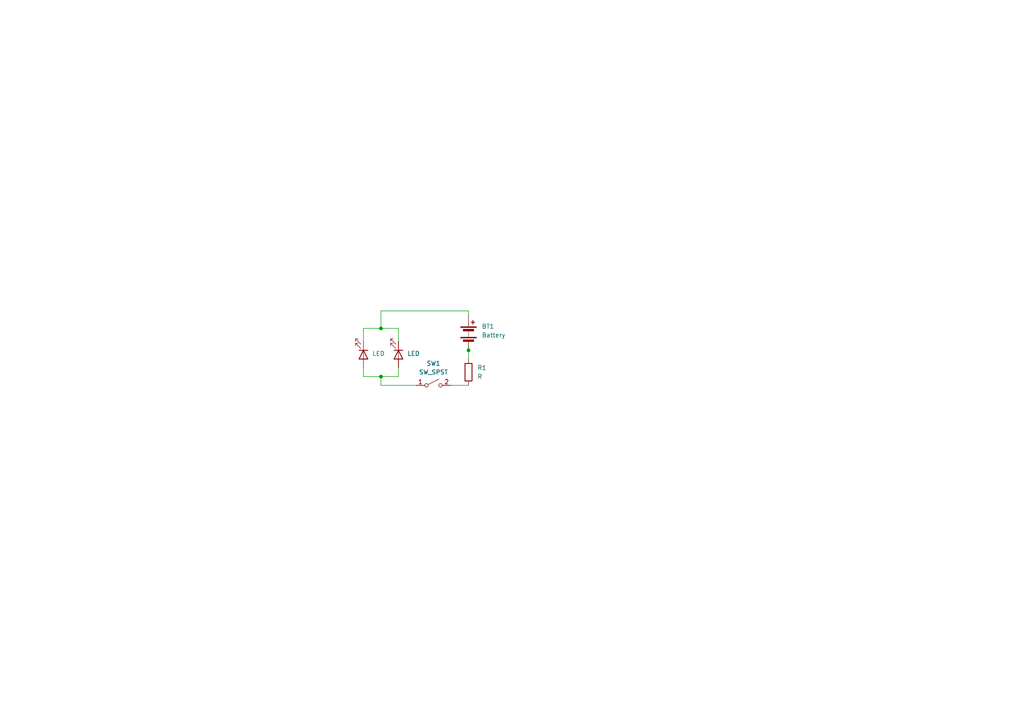
<source format=kicad_sch>
(kicad_sch
	(version 20231120)
	(generator "eeschema")
	(generator_version "8.0")
	(uuid "e0f464d0-3f2d-47d2-bbc0-1f773b184b6b")
	(paper "A4")
	(lib_symbols
		(symbol "Device:Battery"
			(pin_numbers hide)
			(pin_names
				(offset 0) hide)
			(exclude_from_sim no)
			(in_bom yes)
			(on_board yes)
			(property "Reference" "BT"
				(at 2.54 2.54 0)
				(effects
					(font
						(size 1.27 1.27)
					)
					(justify left)
				)
			)
			(property "Value" "Battery"
				(at 2.54 0 0)
				(effects
					(font
						(size 1.27 1.27)
					)
					(justify left)
				)
			)
			(property "Footprint" ""
				(at 0 1.524 90)
				(effects
					(font
						(size 1.27 1.27)
					)
					(hide yes)
				)
			)
			(property "Datasheet" "~"
				(at 0 1.524 90)
				(effects
					(font
						(size 1.27 1.27)
					)
					(hide yes)
				)
			)
			(property "Description" "Multiple-cell battery"
				(at 0 0 0)
				(effects
					(font
						(size 1.27 1.27)
					)
					(hide yes)
				)
			)
			(property "ki_keywords" "batt voltage-source cell"
				(at 0 0 0)
				(effects
					(font
						(size 1.27 1.27)
					)
					(hide yes)
				)
			)
			(symbol "Battery_0_1"
				(rectangle
					(start -2.286 -1.27)
					(end 2.286 -1.524)
					(stroke
						(width 0)
						(type default)
					)
					(fill
						(type outline)
					)
				)
				(rectangle
					(start -2.286 1.778)
					(end 2.286 1.524)
					(stroke
						(width 0)
						(type default)
					)
					(fill
						(type outline)
					)
				)
				(rectangle
					(start -1.524 -2.032)
					(end 1.524 -2.54)
					(stroke
						(width 0)
						(type default)
					)
					(fill
						(type outline)
					)
				)
				(rectangle
					(start -1.524 1.016)
					(end 1.524 0.508)
					(stroke
						(width 0)
						(type default)
					)
					(fill
						(type outline)
					)
				)
				(polyline
					(pts
						(xy 0 -1.016) (xy 0 -0.762)
					)
					(stroke
						(width 0)
						(type default)
					)
					(fill
						(type none)
					)
				)
				(polyline
					(pts
						(xy 0 -0.508) (xy 0 -0.254)
					)
					(stroke
						(width 0)
						(type default)
					)
					(fill
						(type none)
					)
				)
				(polyline
					(pts
						(xy 0 0) (xy 0 0.254)
					)
					(stroke
						(width 0)
						(type default)
					)
					(fill
						(type none)
					)
				)
				(polyline
					(pts
						(xy 0 1.778) (xy 0 2.54)
					)
					(stroke
						(width 0)
						(type default)
					)
					(fill
						(type none)
					)
				)
				(polyline
					(pts
						(xy 0.762 3.048) (xy 1.778 3.048)
					)
					(stroke
						(width 0.254)
						(type default)
					)
					(fill
						(type none)
					)
				)
				(polyline
					(pts
						(xy 1.27 3.556) (xy 1.27 2.54)
					)
					(stroke
						(width 0.254)
						(type default)
					)
					(fill
						(type none)
					)
				)
			)
			(symbol "Battery_1_1"
				(pin passive line
					(at 0 5.08 270)
					(length 2.54)
					(name "+"
						(effects
							(font
								(size 1.27 1.27)
							)
						)
					)
					(number "1"
						(effects
							(font
								(size 1.27 1.27)
							)
						)
					)
				)
				(pin passive line
					(at 0 -5.08 90)
					(length 2.54)
					(name "-"
						(effects
							(font
								(size 1.27 1.27)
							)
						)
					)
					(number "2"
						(effects
							(font
								(size 1.27 1.27)
							)
						)
					)
				)
			)
		)
		(symbol "Device:LED"
			(pin_numbers hide)
			(pin_names
				(offset 1.016) hide)
			(exclude_from_sim no)
			(in_bom yes)
			(on_board yes)
			(property "Reference" "D"
				(at 0 2.54 0)
				(effects
					(font
						(size 1.27 1.27)
					)
				)
			)
			(property "Value" "LED"
				(at 0 -2.54 0)
				(effects
					(font
						(size 1.27 1.27)
					)
				)
			)
			(property "Footprint" ""
				(at 0 0 0)
				(effects
					(font
						(size 1.27 1.27)
					)
					(hide yes)
				)
			)
			(property "Datasheet" "~"
				(at 0 0 0)
				(effects
					(font
						(size 1.27 1.27)
					)
					(hide yes)
				)
			)
			(property "Description" "Light emitting diode"
				(at 0 0 0)
				(effects
					(font
						(size 1.27 1.27)
					)
					(hide yes)
				)
			)
			(property "ki_keywords" "LED diode"
				(at 0 0 0)
				(effects
					(font
						(size 1.27 1.27)
					)
					(hide yes)
				)
			)
			(property "ki_fp_filters" "LED* LED_SMD:* LED_THT:*"
				(at 0 0 0)
				(effects
					(font
						(size 1.27 1.27)
					)
					(hide yes)
				)
			)
			(symbol "LED_0_1"
				(polyline
					(pts
						(xy -1.27 -1.27) (xy -1.27 1.27)
					)
					(stroke
						(width 0.254)
						(type default)
					)
					(fill
						(type none)
					)
				)
				(polyline
					(pts
						(xy -1.27 0) (xy 1.27 0)
					)
					(stroke
						(width 0)
						(type default)
					)
					(fill
						(type none)
					)
				)
				(polyline
					(pts
						(xy 1.27 -1.27) (xy 1.27 1.27) (xy -1.27 0) (xy 1.27 -1.27)
					)
					(stroke
						(width 0.254)
						(type default)
					)
					(fill
						(type none)
					)
				)
				(polyline
					(pts
						(xy -3.048 -0.762) (xy -4.572 -2.286) (xy -3.81 -2.286) (xy -4.572 -2.286) (xy -4.572 -1.524)
					)
					(stroke
						(width 0)
						(type default)
					)
					(fill
						(type none)
					)
				)
				(polyline
					(pts
						(xy -1.778 -0.762) (xy -3.302 -2.286) (xy -2.54 -2.286) (xy -3.302 -2.286) (xy -3.302 -1.524)
					)
					(stroke
						(width 0)
						(type default)
					)
					(fill
						(type none)
					)
				)
			)
			(symbol "LED_1_1"
				(pin passive line
					(at -3.81 0 0)
					(length 2.54)
					(name "K"
						(effects
							(font
								(size 1.27 1.27)
							)
						)
					)
					(number "1"
						(effects
							(font
								(size 1.27 1.27)
							)
						)
					)
				)
				(pin passive line
					(at 3.81 0 180)
					(length 2.54)
					(name "A"
						(effects
							(font
								(size 1.27 1.27)
							)
						)
					)
					(number "2"
						(effects
							(font
								(size 1.27 1.27)
							)
						)
					)
				)
			)
		)
		(symbol "Device:R"
			(pin_numbers hide)
			(pin_names
				(offset 0)
			)
			(exclude_from_sim no)
			(in_bom yes)
			(on_board yes)
			(property "Reference" "R"
				(at 2.032 0 90)
				(effects
					(font
						(size 1.27 1.27)
					)
				)
			)
			(property "Value" "R"
				(at 0 0 90)
				(effects
					(font
						(size 1.27 1.27)
					)
				)
			)
			(property "Footprint" ""
				(at -1.778 0 90)
				(effects
					(font
						(size 1.27 1.27)
					)
					(hide yes)
				)
			)
			(property "Datasheet" "~"
				(at 0 0 0)
				(effects
					(font
						(size 1.27 1.27)
					)
					(hide yes)
				)
			)
			(property "Description" "Resistor"
				(at 0 0 0)
				(effects
					(font
						(size 1.27 1.27)
					)
					(hide yes)
				)
			)
			(property "ki_keywords" "R res resistor"
				(at 0 0 0)
				(effects
					(font
						(size 1.27 1.27)
					)
					(hide yes)
				)
			)
			(property "ki_fp_filters" "R_*"
				(at 0 0 0)
				(effects
					(font
						(size 1.27 1.27)
					)
					(hide yes)
				)
			)
			(symbol "R_0_1"
				(rectangle
					(start -1.016 -2.54)
					(end 1.016 2.54)
					(stroke
						(width 0.254)
						(type default)
					)
					(fill
						(type none)
					)
				)
			)
			(symbol "R_1_1"
				(pin passive line
					(at 0 3.81 270)
					(length 1.27)
					(name "~"
						(effects
							(font
								(size 1.27 1.27)
							)
						)
					)
					(number "1"
						(effects
							(font
								(size 1.27 1.27)
							)
						)
					)
				)
				(pin passive line
					(at 0 -3.81 90)
					(length 1.27)
					(name "~"
						(effects
							(font
								(size 1.27 1.27)
							)
						)
					)
					(number "2"
						(effects
							(font
								(size 1.27 1.27)
							)
						)
					)
				)
			)
		)
		(symbol "Switch:SW_SPST"
			(pin_names
				(offset 0) hide)
			(exclude_from_sim no)
			(in_bom yes)
			(on_board yes)
			(property "Reference" "SW"
				(at 0 3.175 0)
				(effects
					(font
						(size 1.27 1.27)
					)
				)
			)
			(property "Value" "SW_SPST"
				(at 0 -2.54 0)
				(effects
					(font
						(size 1.27 1.27)
					)
				)
			)
			(property "Footprint" ""
				(at 0 0 0)
				(effects
					(font
						(size 1.27 1.27)
					)
					(hide yes)
				)
			)
			(property "Datasheet" "~"
				(at 0 0 0)
				(effects
					(font
						(size 1.27 1.27)
					)
					(hide yes)
				)
			)
			(property "Description" "Single Pole Single Throw (SPST) switch"
				(at 0 0 0)
				(effects
					(font
						(size 1.27 1.27)
					)
					(hide yes)
				)
			)
			(property "ki_keywords" "switch lever"
				(at 0 0 0)
				(effects
					(font
						(size 1.27 1.27)
					)
					(hide yes)
				)
			)
			(symbol "SW_SPST_0_0"
				(circle
					(center -2.032 0)
					(radius 0.508)
					(stroke
						(width 0)
						(type default)
					)
					(fill
						(type none)
					)
				)
				(polyline
					(pts
						(xy -1.524 0.254) (xy 1.524 1.778)
					)
					(stroke
						(width 0)
						(type default)
					)
					(fill
						(type none)
					)
				)
				(circle
					(center 2.032 0)
					(radius 0.508)
					(stroke
						(width 0)
						(type default)
					)
					(fill
						(type none)
					)
				)
			)
			(symbol "SW_SPST_1_1"
				(pin passive line
					(at -5.08 0 0)
					(length 2.54)
					(name "A"
						(effects
							(font
								(size 1.27 1.27)
							)
						)
					)
					(number "1"
						(effects
							(font
								(size 1.27 1.27)
							)
						)
					)
				)
				(pin passive line
					(at 5.08 0 180)
					(length 2.54)
					(name "B"
						(effects
							(font
								(size 1.27 1.27)
							)
						)
					)
					(number "2"
						(effects
							(font
								(size 1.27 1.27)
							)
						)
					)
				)
			)
		)
	)
	(junction
		(at 110.49 109.22)
		(diameter 0)
		(color 0 0 0 0)
		(uuid "010616c0-4ac4-4919-9b90-c2d5bd7a80eb")
	)
	(junction
		(at 135.89 101.6)
		(diameter 0)
		(color 0 0 0 0)
		(uuid "354748ca-9ed9-4c56-a71a-62a8e52cda93")
	)
	(junction
		(at 110.49 95.25)
		(diameter 0)
		(color 0 0 0 0)
		(uuid "8b55a5c7-dc94-4792-94f9-354deaa34691")
	)
	(wire
		(pts
			(xy 120.65 111.76) (xy 110.49 111.76)
		)
		(stroke
			(width 0)
			(type default)
		)
		(uuid "061bd17e-fc5d-4b7e-bad3-40241e76af4a")
	)
	(wire
		(pts
			(xy 135.89 90.17) (xy 135.89 91.44)
		)
		(stroke
			(width 0)
			(type default)
		)
		(uuid "18d73de7-5be3-4e57-908f-bff978430c38")
	)
	(wire
		(pts
			(xy 105.41 95.25) (xy 105.41 99.06)
		)
		(stroke
			(width 0)
			(type default)
		)
		(uuid "19c0cd1e-ace5-41e5-ad85-135004081ece")
	)
	(wire
		(pts
			(xy 115.57 109.22) (xy 115.57 106.68)
		)
		(stroke
			(width 0)
			(type default)
		)
		(uuid "1a5d70e2-943b-40cf-b816-b5317f630925")
	)
	(wire
		(pts
			(xy 135.89 101.6) (xy 135.89 104.14)
		)
		(stroke
			(width 0)
			(type default)
		)
		(uuid "2035e1cf-990d-412b-95d4-86497cfe8f80")
	)
	(wire
		(pts
			(xy 105.41 109.22) (xy 105.41 106.68)
		)
		(stroke
			(width 0)
			(type default)
		)
		(uuid "2cbb55d1-14ad-4674-a752-df0f86e9b6de")
	)
	(wire
		(pts
			(xy 110.49 109.22) (xy 115.57 109.22)
		)
		(stroke
			(width 0)
			(type default)
		)
		(uuid "566fd967-bf42-4ecf-aacb-33acb099e650")
	)
	(wire
		(pts
			(xy 110.49 109.22) (xy 105.41 109.22)
		)
		(stroke
			(width 0)
			(type default)
		)
		(uuid "5e86ce28-a0f9-4d2a-aba9-c590ca48708f")
	)
	(wire
		(pts
			(xy 110.49 111.76) (xy 110.49 109.22)
		)
		(stroke
			(width 0)
			(type default)
		)
		(uuid "6580dc27-6d50-4eee-8137-65c8d60b366d")
	)
	(wire
		(pts
			(xy 110.49 90.17) (xy 110.49 95.25)
		)
		(stroke
			(width 0)
			(type default)
		)
		(uuid "68f119c7-5dfd-4a44-95ee-557c6d4416e5")
	)
	(wire
		(pts
			(xy 110.49 95.25) (xy 105.41 95.25)
		)
		(stroke
			(width 0)
			(type default)
		)
		(uuid "9bd77ec5-cd1f-4564-852f-0f14e8c99798")
	)
	(wire
		(pts
			(xy 130.81 111.76) (xy 135.89 111.76)
		)
		(stroke
			(width 0)
			(type default)
		)
		(uuid "9e6ecc3b-1d57-493b-9593-32408bbe9de9")
	)
	(wire
		(pts
			(xy 110.49 95.25) (xy 115.57 95.25)
		)
		(stroke
			(width 0)
			(type default)
		)
		(uuid "bc8aa9c6-d000-47b8-8029-c20b8c0df2a3")
	)
	(wire
		(pts
			(xy 110.49 90.17) (xy 135.89 90.17)
		)
		(stroke
			(width 0)
			(type default)
		)
		(uuid "d7f9241e-20f8-4075-bdbf-614be7b9f71b")
	)
	(wire
		(pts
			(xy 115.57 95.25) (xy 115.57 99.06)
		)
		(stroke
			(width 0)
			(type default)
		)
		(uuid "e7a2e2c9-d811-4dac-9d6e-d56dc5a97355")
	)
	(wire
		(pts
			(xy 135.89 100.33) (xy 135.89 101.6)
		)
		(stroke
			(width 0)
			(type default)
		)
		(uuid "e8aafe41-4158-4487-924a-fee9a2df15df")
	)
	(symbol
		(lib_id "Switch:SW_SPST")
		(at 125.73 111.76 0)
		(unit 1)
		(exclude_from_sim no)
		(in_bom yes)
		(on_board yes)
		(dnp no)
		(fields_autoplaced yes)
		(uuid "13591db3-c958-4c08-85d7-225b2038dba1")
		(property "Reference" "SW1"
			(at 125.73 105.41 0)
			(effects
				(font
					(size 1.27 1.27)
				)
			)
		)
		(property "Value" "SW_SPST"
			(at 125.73 107.95 0)
			(effects
				(font
					(size 1.27 1.27)
				)
			)
		)
		(property "Footprint" "flashlight:SS12D00"
			(at 125.73 111.76 0)
			(effects
				(font
					(size 1.27 1.27)
				)
				(hide yes)
			)
		)
		(property "Datasheet" "~"
			(at 125.73 111.76 0)
			(effects
				(font
					(size 1.27 1.27)
				)
				(hide yes)
			)
		)
		(property "Description" "Single Pole Single Throw (SPST) switch"
			(at 125.73 111.76 0)
			(effects
				(font
					(size 1.27 1.27)
				)
				(hide yes)
			)
		)
		(pin "2"
			(uuid "93e6e0e4-50e0-49ad-a0d1-ec914e5b8910")
		)
		(pin "1"
			(uuid "f9d094af-dbcf-460b-88a8-975aa6147e15")
		)
		(instances
			(project "flashlight2"
				(path "/e0f464d0-3f2d-47d2-bbc0-1f773b184b6b"
					(reference "SW1")
					(unit 1)
				)
			)
		)
	)
	(symbol
		(lib_id "Device:Battery")
		(at 135.89 96.52 0)
		(unit 1)
		(exclude_from_sim no)
		(in_bom yes)
		(on_board yes)
		(dnp no)
		(fields_autoplaced yes)
		(uuid "2833a651-6d94-4d9c-861f-0d0ebf4b9c13")
		(property "Reference" "BT1"
			(at 139.7 94.6784 0)
			(effects
				(font
					(size 1.27 1.27)
				)
				(justify left)
			)
		)
		(property "Value" "Battery"
			(at 139.7 97.2184 0)
			(effects
				(font
					(size 1.27 1.27)
				)
				(justify left)
			)
		)
		(property "Footprint" "Battery:BatteryHolder_Keystone_106_1x20mm"
			(at 135.89 94.996 90)
			(effects
				(font
					(size 1.27 1.27)
				)
				(hide yes)
			)
		)
		(property "Datasheet" "~"
			(at 135.89 94.996 90)
			(effects
				(font
					(size 1.27 1.27)
				)
				(hide yes)
			)
		)
		(property "Description" "Multiple-cell battery"
			(at 135.89 96.52 0)
			(effects
				(font
					(size 1.27 1.27)
				)
				(hide yes)
			)
		)
		(pin "2"
			(uuid "993fba1a-09a7-4171-89c4-e53761b62a92")
		)
		(pin "1"
			(uuid "15a29967-5802-4d2b-be16-1d987b3b902a")
		)
		(instances
			(project ""
				(path "/e0f464d0-3f2d-47d2-bbc0-1f773b184b6b"
					(reference "BT1")
					(unit 1)
				)
			)
		)
	)
	(symbol
		(lib_id "Device:R")
		(at 135.89 107.95 0)
		(unit 1)
		(exclude_from_sim no)
		(in_bom yes)
		(on_board yes)
		(dnp no)
		(fields_autoplaced yes)
		(uuid "87339575-e8cf-4c95-9cb2-b71270c2c27e")
		(property "Reference" "R1"
			(at 138.43 106.6799 0)
			(effects
				(font
					(size 1.27 1.27)
				)
				(justify left)
			)
		)
		(property "Value" "R"
			(at 138.43 109.2199 0)
			(effects
				(font
					(size 1.27 1.27)
				)
				(justify left)
			)
		)
		(property "Footprint" "Resistor_SMD:R_0805_2012Metric_Pad1.20x1.40mm_HandSolder"
			(at 134.112 107.95 90)
			(effects
				(font
					(size 1.27 1.27)
				)
				(hide yes)
			)
		)
		(property "Datasheet" "~"
			(at 135.89 107.95 0)
			(effects
				(font
					(size 1.27 1.27)
				)
				(hide yes)
			)
		)
		(property "Description" "Resistor"
			(at 135.89 107.95 0)
			(effects
				(font
					(size 1.27 1.27)
				)
				(hide yes)
			)
		)
		(pin "1"
			(uuid "cf2b7ae2-67e9-4ac8-8c43-35ea754eddc8")
		)
		(pin "2"
			(uuid "e809d8a3-8adb-4b04-af57-6f6ed7b57b87")
		)
		(instances
			(project "flashlight2"
				(path "/e0f464d0-3f2d-47d2-bbc0-1f773b184b6b"
					(reference "R1")
					(unit 1)
				)
			)
		)
	)
	(symbol
		(lib_id "Device:LED")
		(at 105.41 102.87 270)
		(unit 1)
		(exclude_from_sim no)
		(in_bom yes)
		(on_board yes)
		(dnp no)
		(fields_autoplaced yes)
		(uuid "e127cf84-208d-468f-9f0b-c7c4e95ad640")
		(property "Reference" "D1"
			(at 107.95 100.0124 90)
			(effects
				(font
					(size 1.27 1.27)
				)
				(justify left)
				(hide yes)
			)
		)
		(property "Value" "LED"
			(at 107.95 102.5524 90)
			(effects
				(font
					(size 1.27 1.27)
				)
				(justify left)
			)
		)
		(property "Footprint" "LED_THT:LED_D3.0mm"
			(at 105.41 102.87 0)
			(effects
				(font
					(size 1.27 1.27)
				)
				(hide yes)
			)
		)
		(property "Datasheet" "~"
			(at 105.41 102.87 0)
			(effects
				(font
					(size 1.27 1.27)
				)
				(hide yes)
			)
		)
		(property "Description" "Light emitting diode"
			(at 105.41 102.87 0)
			(effects
				(font
					(size 1.27 1.27)
				)
				(hide yes)
			)
		)
		(pin "1"
			(uuid "c7cfd88e-689f-473e-9b9f-43a7d19e74e0")
		)
		(pin "2"
			(uuid "5e205e62-073b-4b2a-8511-67045ef983e0")
		)
		(instances
			(project "flashlight2"
				(path "/e0f464d0-3f2d-47d2-bbc0-1f773b184b6b"
					(reference "D1")
					(unit 1)
				)
			)
		)
	)
	(symbol
		(lib_id "Device:LED")
		(at 115.57 102.87 270)
		(unit 1)
		(exclude_from_sim no)
		(in_bom yes)
		(on_board yes)
		(dnp no)
		(fields_autoplaced yes)
		(uuid "e57a7d7b-d753-4ddd-8494-0e8cb440bfec")
		(property "Reference" "D2"
			(at 118.11 100.0124 90)
			(effects
				(font
					(size 1.27 1.27)
				)
				(justify left)
				(hide yes)
			)
		)
		(property "Value" "LED"
			(at 118.11 102.5524 90)
			(effects
				(font
					(size 1.27 1.27)
				)
				(justify left)
			)
		)
		(property "Footprint" "LED_THT:LED_D3.0mm"
			(at 115.57 102.87 0)
			(effects
				(font
					(size 1.27 1.27)
				)
				(hide yes)
			)
		)
		(property "Datasheet" "~"
			(at 115.57 102.87 0)
			(effects
				(font
					(size 1.27 1.27)
				)
				(hide yes)
			)
		)
		(property "Description" "Light emitting diode"
			(at 115.57 102.87 0)
			(effects
				(font
					(size 1.27 1.27)
				)
				(hide yes)
			)
		)
		(pin "1"
			(uuid "1b5bceb2-47fb-49ce-9a39-7be332c41f64")
		)
		(pin "2"
			(uuid "9d0eef7e-61d6-4cae-9d5b-73e300d32cd2")
		)
		(instances
			(project "flashlight2"
				(path "/e0f464d0-3f2d-47d2-bbc0-1f773b184b6b"
					(reference "D2")
					(unit 1)
				)
			)
		)
	)
	(sheet_instances
		(path "/"
			(page "1")
		)
	)
)

</source>
